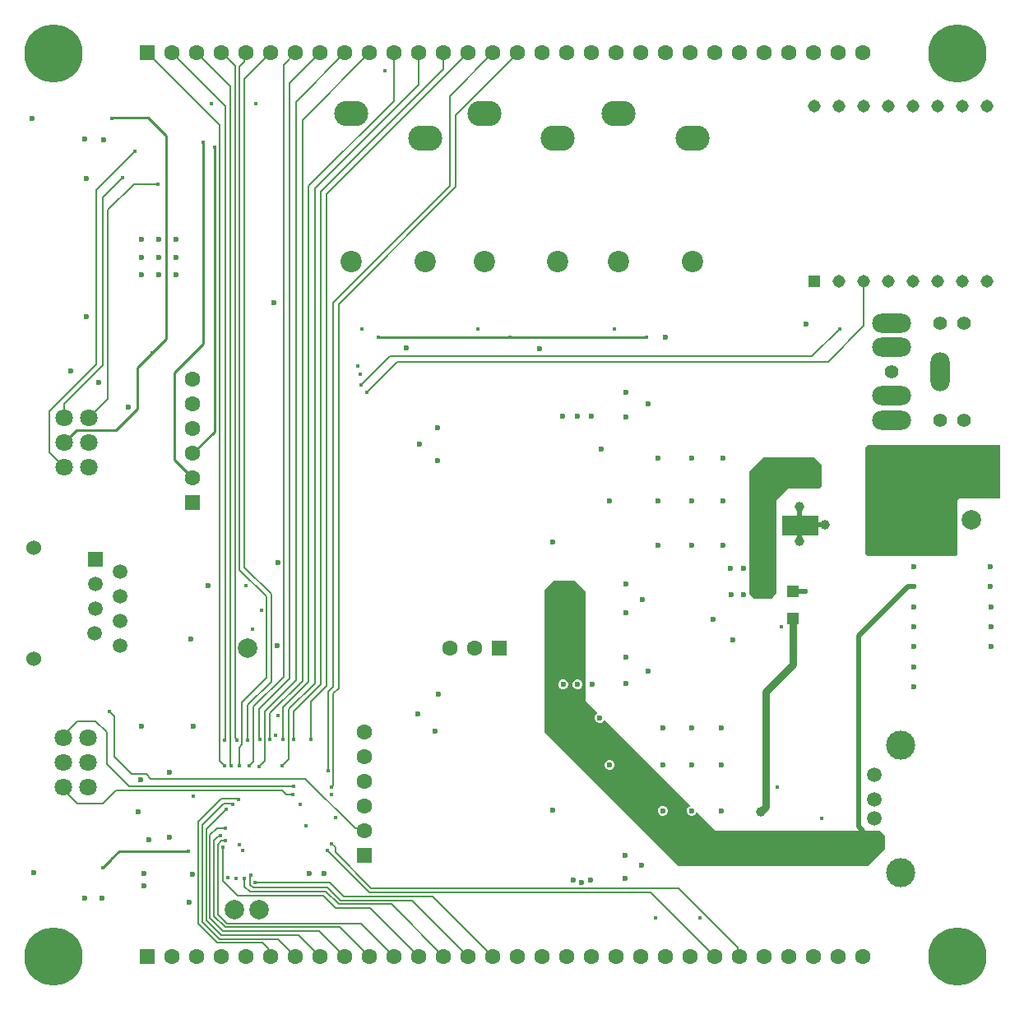
<source format=gbr>
%TF.GenerationSoftware,Altium Limited,Altium Designer,21.8.1 (53)*%
G04 Layer_Physical_Order=4*
G04 Layer_Color=16711680*
%FSLAX45Y45*%
%MOMM*%
%TF.SameCoordinates,BA403207-4E74-424F-88DB-B819054AD5B4*%
%TF.FilePolarity,Positive*%
%TF.FileFunction,Copper,L4,Bot,Signal*%
%TF.Part,Single*%
G01*
G75*
%TA.AperFunction,Conductor*%
%ADD41C,0.20000*%
%ADD42C,0.25400*%
%ADD43C,0.50000*%
%ADD44C,0.30000*%
%ADD51C,0.80000*%
%TA.AperFunction,ViaPad*%
%ADD53C,6.00000*%
%TA.AperFunction,ComponentPad*%
%ADD54C,1.60000*%
%ADD55R,1.60000X1.60000*%
%ADD56C,2.00000*%
%ADD57R,1.60000X1.60000*%
%ADD58C,1.52400*%
%ADD59C,1.50000*%
%ADD60R,1.50000X1.50000*%
%ADD61O,3.50000X2.60000*%
%ADD62C,2.20000*%
%ADD63C,3.00000*%
%ADD64C,1.80000*%
%ADD65R,1.30800X1.30800*%
%ADD66C,1.30800*%
%ADD67O,2.00000X4.00000*%
%ADD68O,4.00000X2.00000*%
%ADD69C,1.40000*%
%TA.AperFunction,ViaPad*%
%ADD70C,0.45000*%
%ADD71C,0.60000*%
%ADD72C,1.00000*%
%TA.AperFunction,SMDPad,CuDef*%
%ADD75R,3.81000X2.08000*%
%ADD76R,8.89000X11.43000*%
%ADD77R,1.20000X1.20000*%
%TA.AperFunction,Conductor*%
%ADD78C,1.00000*%
G36*
X9268304Y-4031773D02*
X9743242D01*
Y-4581679D01*
X9318071D01*
X9303878Y-4595872D01*
Y-5162291D01*
X9290314Y-5175854D01*
X8382412D01*
X8357545Y-5150986D01*
Y-4056138D01*
X8382898Y-4030784D01*
X9267316D01*
X9268304Y-4031773D01*
D02*
G37*
G36*
X7905504Y-4232134D02*
Y-4451689D01*
X7881460Y-4475733D01*
X7565775D01*
X7443727Y-4597781D01*
Y-5557590D01*
X7408138Y-5593179D01*
X7407352D01*
X7386936Y-5613595D01*
X7208295D01*
X7158336Y-5563637D01*
Y-4311319D01*
X7309242Y-4160414D01*
X7833784D01*
X7905504Y-4232134D01*
D02*
G37*
G36*
X5479224Y-5537043D02*
Y-6666007D01*
X5597203Y-6783986D01*
X5594725Y-6796442D01*
X5594310Y-6796614D01*
X5580245Y-6810680D01*
X5572633Y-6829057D01*
Y-6848948D01*
X5580245Y-6867325D01*
X5594310Y-6881390D01*
X5612688Y-6889002D01*
X5632579D01*
X5650956Y-6881390D01*
X5665021Y-6867325D01*
X5665193Y-6866910D01*
X5677649Y-6864432D01*
X6551774Y-7738558D01*
X6549297Y-7751013D01*
X6541810Y-7754114D01*
X6527745Y-7768180D01*
X6520133Y-7786557D01*
Y-7806448D01*
X6527745Y-7824825D01*
X6541810Y-7838890D01*
X6560188Y-7846502D01*
X6580079D01*
X6598456Y-7838890D01*
X6612521Y-7824825D01*
X6615622Y-7817339D01*
X6628078Y-7814861D01*
X6813301Y-8000085D01*
X8323041D01*
X8499678Y-7999586D01*
X8555616Y-8055524D01*
Y-8189609D01*
X8457726Y-8287499D01*
X8381454Y-8367178D01*
X6430561D01*
X5049724Y-6986341D01*
Y-5530058D01*
X5150957Y-5428825D01*
X5371007D01*
X5479224Y-5537043D01*
D02*
G37*
%LPC*%
G36*
X5405079Y-6446502D02*
X5385187D01*
X5366810Y-6454114D01*
X5352745Y-6468180D01*
X5345133Y-6486557D01*
Y-6506448D01*
X5352745Y-6524825D01*
X5366810Y-6538890D01*
X5385187Y-6546502D01*
X5405079D01*
X5423456Y-6538890D01*
X5437521Y-6524825D01*
X5445133Y-6506448D01*
Y-6486557D01*
X5437521Y-6468180D01*
X5423456Y-6454114D01*
X5405079Y-6446502D01*
D02*
G37*
G36*
X5255079D02*
X5235187D01*
X5216810Y-6454114D01*
X5202745Y-6468180D01*
X5195133Y-6486557D01*
Y-6506448D01*
X5202745Y-6524825D01*
X5216810Y-6538890D01*
X5235187Y-6546502D01*
X5255079D01*
X5273456Y-6538890D01*
X5287521Y-6524825D01*
X5295133Y-6506448D01*
Y-6486557D01*
X5287521Y-6468180D01*
X5273456Y-6454114D01*
X5255079Y-6446502D01*
D02*
G37*
G36*
X5735079Y-7273803D02*
X5715188D01*
X5696811Y-7281414D01*
X5682745Y-7295480D01*
X5675133Y-7313857D01*
Y-7333748D01*
X5682745Y-7352125D01*
X5696811Y-7366190D01*
X5715188Y-7373802D01*
X5735079D01*
X5753456Y-7366190D01*
X5767521Y-7352125D01*
X5775133Y-7333748D01*
Y-7313857D01*
X5767521Y-7295480D01*
X5753456Y-7281414D01*
X5735079Y-7273803D01*
D02*
G37*
G36*
X6280079Y-7746502D02*
X6260188D01*
X6241810Y-7754114D01*
X6227745Y-7768180D01*
X6220133Y-7786557D01*
Y-7806448D01*
X6227745Y-7824825D01*
X6241810Y-7838890D01*
X6260188Y-7846502D01*
X6280079D01*
X6298456Y-7838890D01*
X6312521Y-7824825D01*
X6320133Y-7806448D01*
Y-7786557D01*
X6312521Y-7768180D01*
X6298456Y-7754114D01*
X6280079Y-7746502D01*
D02*
G37*
%LPD*%
D41*
X7808674Y-3120188D02*
X8090129Y-2838733D01*
X3462402Y-3120188D02*
X7808674D01*
X7976145Y-3172924D02*
X8342020Y-2807049D01*
X3539604Y-3172924D02*
X7976145D01*
X2819293Y-8205365D02*
X3246537Y-8632609D01*
X6142609D01*
X2900170Y-8223291D02*
X3269488Y-8592609D01*
X6433751D01*
X2900170Y-8223291D02*
Y-8173118D01*
X2864752Y-8137700D02*
X2900170Y-8173118D01*
X3181055Y-7979474D02*
X3197580Y-7996000D01*
X2587855Y-7465055D02*
X3102274Y-7979474D01*
X999880Y-7465055D02*
X2587855D01*
X3102274Y-7979474D02*
X3181055D01*
X627485Y-7242618D02*
X802167Y-7417300D01*
X627485Y-7242618D02*
Y-6828225D01*
X802167Y-7417300D02*
X952124D01*
X999880Y-7465055D01*
X945319Y-7587902D02*
X2351840D01*
X2393938Y-7630000D02*
X2465400D01*
X2351840Y-7587902D02*
X2393938Y-7630000D01*
X1965983Y-5290531D02*
X2239899Y-5564447D01*
X1965983Y-265517D02*
X2236500Y5000D01*
X1965983Y-5290531D02*
Y-265517D01*
X1915148Y-5313919D02*
X2189938Y-5588709D01*
X1915148Y-134102D02*
X1960593Y-88657D01*
X1915148Y-5313919D02*
Y-134102D01*
X1827500Y-7332500D02*
Y-7325735D01*
X1815980Y-7314215D02*
Y-336480D01*
X1474500Y5000D02*
X1815980Y-336480D01*
Y-7314215D02*
X1827500Y-7325735D01*
X1939867Y-7114013D02*
Y-6679307D01*
X2189938Y-6429236D01*
X2452187Y-7542502D02*
X2453581Y-7543896D01*
X2467440D01*
X2471191Y-7547647D01*
X926514Y-7542502D02*
X2452187D01*
X854804Y-7587902D02*
X855286Y-7588384D01*
X510000Y-7720000D02*
X642098Y-7587902D01*
X944838Y-7588384D02*
X945319Y-7587902D01*
X642098D02*
X854804D01*
X855286Y-7588384D02*
X944838D01*
X245520Y-7720000D02*
X510000D01*
X100000Y-7574480D02*
X245520Y-7720000D01*
X100000Y-7574480D02*
Y-7554000D01*
X776328Y-7542502D02*
X873610D01*
X874091Y-7542984D02*
X926033D01*
X550000Y-7316175D02*
X776328Y-7542502D01*
X926033Y-7542984D02*
X926514Y-7542502D01*
X873610D02*
X874091Y-7542984D01*
X575844Y-6776584D02*
X627485Y-6828225D01*
X550000Y-7316175D02*
Y-6990000D01*
X100000Y-7046000D02*
Y-7017514D01*
X434842Y-6874842D02*
X550000Y-6990000D01*
X100000Y-7017514D02*
X242672Y-6874842D01*
X434842D01*
X1727553Y-7675580D02*
X1905531D01*
X1906272Y-7676321D01*
X1490208Y-7912925D02*
X1727553Y-7675580D01*
X1867370Y-5437867D02*
Y-125332D01*
X1866148Y-7044341D02*
Y-5439089D01*
X1867370Y-5437867D01*
X1866148Y-7044341D02*
X1887367Y-7065560D01*
Y-7067279D02*
Y-7065560D01*
X1737037Y5000D02*
X1867370Y-125332D01*
X3165849Y-3416740D02*
X3462402Y-3120188D01*
X3223010Y-3489518D02*
X3539604Y-3172924D01*
X2843728Y-8537110D02*
X2985981Y-8679364D01*
X3903364D01*
X2076990Y-8537110D02*
X2843728D01*
X2189938Y-6429236D02*
Y-5588709D01*
X966500Y5000D02*
X1710000Y-738500D01*
Y-7279800D02*
X1760200Y-7330000D01*
X1710000Y-7279800D02*
Y-738500D01*
X2116588Y-7337486D02*
X2173102Y-7280972D01*
X2116588Y-7343566D02*
Y-7337486D01*
X1909840Y-7144040D02*
X1939867Y-7114013D01*
X1909840Y-7336384D02*
Y-7144040D01*
X2173102Y-7280972D02*
Y-6772735D01*
X2493726Y-6452111D01*
X1842947Y-7724685D02*
X1847150Y-7728887D01*
X1748771Y-7724685D02*
X1842947D01*
X2024490Y-8460944D02*
X2027300Y-8458134D01*
X2024490Y-8560144D02*
Y-8460944D01*
X2820715Y-8589610D02*
X2950476Y-8719371D01*
X2053956Y-8589610D02*
X2820715D01*
X2020592Y-8629610D02*
X2804147D01*
X1966864Y-8575883D02*
X2020592Y-8629610D01*
X2024490Y-8560144D02*
X2053956Y-8589610D01*
X2804147Y-8629610D02*
X2933908Y-8759371D01*
X1740567Y-8520369D02*
Y-8466748D01*
Y-8520369D02*
X1894721Y-8674522D01*
X2776505D01*
X1743921Y-8463394D02*
Y-8168375D01*
X1740567Y-8466748D02*
X1743921Y-8463394D01*
X1611421Y-8044881D02*
X1683801Y-7972500D01*
X1611421Y-8902156D02*
X1744637Y-9035373D01*
X1571421Y-8921160D02*
X1725633Y-9075373D01*
X1571421Y-8921160D02*
Y-7988270D01*
X1651421Y-8881382D02*
X1765411Y-8995373D01*
X1651421Y-8102320D02*
X1695214Y-8058527D01*
X1651421Y-8881382D02*
Y-8102320D01*
X1611421Y-8902156D02*
Y-8044881D01*
X1691421Y-8146337D02*
X1730557Y-8107200D01*
X1691421Y-8864739D02*
Y-8146337D01*
Y-8864739D02*
X1782055Y-8955373D01*
X1571421Y-7988270D02*
X1780339Y-7779351D01*
X1730557Y-8107200D02*
X1763593D01*
X1530208Y-8936000D02*
Y-7943248D01*
X1532688Y-8938995D02*
Y-8938480D01*
X1530208Y-7943248D02*
X1748771Y-7724685D01*
X1490208Y-8958544D02*
Y-7912925D01*
X1530208Y-8936000D02*
X1532688Y-8938480D01*
X1763593Y-8107200D02*
X1767025Y-8103769D01*
X2950476Y-8719371D02*
X3689372D01*
X2933908Y-8759371D02*
X3475372D01*
X2903055Y-8801072D02*
X3263072D01*
X2776505Y-8674522D02*
X2903055Y-8801072D01*
X2475199Y-7060290D02*
Y-6773837D01*
X2753340Y-6495696D01*
X3475372Y-8759371D02*
X4013500Y-9297500D01*
X3689372Y-8719371D02*
X4267500Y-9297500D01*
X3903364Y-8679364D02*
X4521500Y-9297500D01*
X3263072Y-8801072D02*
X3759500Y-9297500D01*
X561377Y-3554623D02*
Y-1609086D01*
X825116Y-1345347D02*
X1073755D01*
X561377Y-1609086D02*
X825116Y-1345347D01*
X364000Y-3752000D02*
X561377Y-3554623D01*
X441461Y-3197214D02*
Y-1403610D01*
X-41104Y-3679779D02*
X441461Y-3197214D01*
X504326Y-3213202D02*
Y-1485812D01*
X110000Y-3607527D02*
X504326Y-3213202D01*
X-41104Y-4108896D02*
X110000Y-4260000D01*
X-41104Y-4108896D02*
Y-3679779D01*
X110000Y-3752000D02*
Y-3607527D01*
X504326Y-1485812D02*
X713440Y-1276698D01*
X441461Y-1403610D02*
X839929Y-1005141D01*
X1782055Y-8955373D02*
X3163373D01*
X1765411Y-8995373D02*
X2949373D01*
X1744637Y-9035373D02*
X2735373D01*
X1709065Y-9115372D02*
X2307373D01*
X1725633Y-9075373D02*
X2521373D01*
X1532688Y-8938995D02*
X1709065Y-9115372D01*
X1687036Y-9155372D02*
X2147758D01*
X1490208Y-8958544D02*
X1687036Y-9155372D01*
X1716173Y-8058527D02*
X1720000Y-8054700D01*
X1695214Y-8058527D02*
X1716173D01*
X2650463Y-6671829D02*
X2813800Y-6508492D01*
X2650463Y-7058296D02*
Y-6671829D01*
X2813800Y-6508492D02*
Y-1449700D01*
X2933074Y-2579237D02*
X4142427Y-1369884D01*
X2881261Y-6586019D02*
X2933074Y-6534206D01*
Y-2579237D01*
X2824999Y-6570510D02*
X2873892Y-6521616D01*
Y-2566685D02*
X4079666Y-1360911D01*
X2873892Y-6521616D02*
Y-2566685D01*
X2813800Y-1449700D02*
X4268500Y5000D01*
X1960593Y-16906D02*
X1982500Y5000D01*
X1960593Y-88657D02*
Y-16906D01*
X2239899Y-6467845D02*
Y-5564447D01*
X2859533Y-7553791D02*
X2881261Y-7532062D01*
Y-6586019D01*
X2859533Y-7554034D02*
Y-7553791D01*
X2824999Y-7386020D02*
Y-6570510D01*
X2753340Y-6495696D02*
Y-1419217D01*
X2420443Y-6752427D02*
X2689989Y-6482881D01*
X2420443Y-7266383D02*
Y-6752427D01*
X2689989Y-6482881D02*
Y-1392211D01*
X2627881Y-6466626D02*
Y-1366289D01*
X2360335Y-7063349D02*
Y-6734171D01*
X2627881Y-6466626D01*
X2560803Y-6459735D02*
Y-686696D01*
X2230001Y-7060000D02*
Y-6790537D01*
X2560803Y-6459735D01*
X2493726Y-6452111D02*
Y-499774D01*
X2117547Y-7062719D02*
Y-6746997D01*
X2432784Y-6431761D01*
Y-306715D01*
X2369070Y-6414915D02*
Y-116430D01*
X2060000Y-7288493D02*
Y-6723985D01*
X2369070Y-6414915D01*
X2000000Y-6707744D02*
X2239899Y-6467845D01*
X2000000Y-7066577D02*
Y-6707744D01*
X4142427Y-1369884D02*
Y-635981D01*
X4079666Y-437833D02*
X4522500Y5000D01*
X4079666Y-1360911D02*
Y-437833D01*
X4776500Y-1908D02*
Y5000D01*
X4142427Y-635981D02*
X4776500Y-1908D01*
X2753340Y-1419217D02*
X4014500Y-158057D01*
Y5000D01*
X3760500Y-321700D02*
Y5000D01*
X2689989Y-1392211D02*
X3760500Y-321700D01*
X2627881Y-1366289D02*
X3506500Y-487670D01*
X2560803Y-686696D02*
X3252500Y5000D01*
X2493726Y-499774D02*
X2998500Y5000D01*
X1765493Y-7067207D02*
Y-539993D01*
X1220500Y5000D02*
X1765493Y-539993D01*
X1728500Y5000D02*
X1737037D01*
X2432784Y-306715D02*
X2744500Y5000D01*
X2369070Y-116430D02*
X2490500Y5000D01*
X7042289Y-9278289D02*
Y-9201147D01*
Y-9278289D02*
X7061500Y-9297500D01*
X6433751Y-8592609D02*
X7042289Y-9201147D01*
X6142609Y-8632609D02*
X6806567Y-9296566D01*
X2000000Y-7066577D02*
X2001401Y-7067978D01*
X2521373Y-9075373D02*
X2743500Y-9297500D01*
X3163373Y-8955373D02*
X3505500Y-9297500D01*
X2735373Y-9035373D02*
X2997500Y-9297500D01*
X2147758Y-9155372D02*
X2208712Y-9216326D01*
X2307373Y-9115372D02*
X2489500Y-9297500D01*
X2949373Y-8995373D02*
X3251500Y-9297500D01*
X1966864Y-8575883D02*
Y-8493588D01*
X2208712Y-9270712D02*
X2235500Y-9297500D01*
X2208712Y-9270712D02*
Y-9216326D01*
X2117547Y-7062719D02*
X2120602Y-7065774D01*
X8342020Y-2807049D02*
Y-2343474D01*
X2015239Y-7335143D02*
Y-7333254D01*
X2060000Y-7288493D01*
X1762700Y-7070000D02*
X1765493Y-7067207D01*
X1683801Y-7972500D02*
X1767500D01*
X2355400Y-7331426D02*
X2420443Y-7266383D01*
X2647700Y-7061059D02*
X2650463Y-7058296D01*
X3506500Y-487670D02*
Y5000D01*
D42*
X602199Y-666734D02*
X603933Y-665000D01*
X974445D01*
X1432772Y-4117255D02*
X1655124Y-3894904D01*
Y-967248D01*
X591048Y-8291453D02*
X672500Y-8210000D01*
X591048Y-8298881D02*
Y-8291453D01*
X505844Y-8384084D02*
X591048Y-8298881D01*
X974445Y-665000D02*
X1159537Y-850091D01*
X237033Y-3878968D02*
X644047D01*
X1159537Y-2939362D02*
Y-850091D01*
X1018445Y-3080454D02*
X1159537Y-2939362D01*
X644047Y-3878968D02*
X860500Y-3662514D01*
X110000Y-4006000D02*
X237033Y-3878968D01*
X860500Y-3662514D02*
Y-3238398D01*
X1018445Y-3080454D01*
X1242932Y-4181415D02*
Y-3287200D01*
X1539824Y-2990308D02*
Y-911493D01*
X1242932Y-3287200D02*
X1539824Y-2990308D01*
X672500Y-8210000D02*
X1390000D01*
X3345046Y-2920625D02*
X4699375D01*
X4700000Y-2920000D02*
X6100000D01*
X4699375Y-2920625D02*
X4700000Y-2920000D01*
X3344421Y-2921250D02*
X3345046Y-2920625D01*
X1242932Y-4181415D02*
X1432772Y-4371255D01*
D43*
X8795387Y-5490506D02*
X8858072D01*
X8286900Y-5998993D02*
X8795387Y-5490506D01*
X8935470Y-4494428D02*
X9129898Y-4300000D01*
X8827319Y-4602580D02*
X8935470Y-4494428D01*
X9364659Y-4459073D02*
Y-4391436D01*
X9329304Y-4494428D02*
X9364659Y-4459073D01*
X9450000Y-4306095D02*
Y-4300000D01*
X9364659Y-4391436D02*
X9450000Y-4306095D01*
X8935470Y-4494428D02*
X9329304D01*
X9129898Y-4300000D02*
X9450000D01*
X7737955Y-5537907D02*
X7738006Y-5537856D01*
X7609116Y-5537959D02*
X7609168Y-5537907D01*
X7737955D01*
X7684319Y-4856580D02*
X7688021Y-4852877D01*
X7936742D01*
X7678507Y-5025739D02*
Y-4862391D01*
X7684319Y-4856580D01*
X7677192Y-4849453D02*
X7684319Y-4856580D01*
X7677192Y-4849453D02*
Y-4665332D01*
X8286900Y-7962391D02*
Y-5998993D01*
Y-7962391D02*
X8452540Y-8128031D01*
D44*
X6045500Y-9297500D02*
X6046384Y-9298383D01*
X5790289Y-9298711D02*
X5791500Y-9297500D01*
D51*
X7609116Y-6291890D02*
Y-5817959D01*
X7329523Y-6571483D02*
X7609116Y-6291890D01*
X7329523Y-7759318D02*
Y-6571483D01*
X7280384Y-7808457D02*
X7329523Y-7759318D01*
D53*
X9300000Y-9300000D02*
D03*
Y0D02*
D03*
X0D02*
D03*
Y-9300000D02*
D03*
D54*
X4080000Y-6122000D02*
D03*
X4334000D02*
D03*
X3197580Y-8000386D02*
D03*
Y-7746386D02*
D03*
Y-7492386D02*
D03*
Y-7238386D02*
D03*
Y-6984386D02*
D03*
X2235500Y-9297500D02*
D03*
X8331500D02*
D03*
X8077500D02*
D03*
X7823500D02*
D03*
X7569500D02*
D03*
X7315500D02*
D03*
X7061500D02*
D03*
X6807500D02*
D03*
X6553500D02*
D03*
X6299500D02*
D03*
X6045500D02*
D03*
X5791500D02*
D03*
X5537500D02*
D03*
X5283500D02*
D03*
X5029500D02*
D03*
X4775500D02*
D03*
X4521500D02*
D03*
X4267500D02*
D03*
X4013500D02*
D03*
X3759500D02*
D03*
X3505500D02*
D03*
X3251500D02*
D03*
X2997500D02*
D03*
X2743500D02*
D03*
X2489500D02*
D03*
X1981500D02*
D03*
X1727500D02*
D03*
X1473500D02*
D03*
X1219500D02*
D03*
X2236500Y5000D02*
D03*
X8332500D02*
D03*
X8078500D02*
D03*
X7824500D02*
D03*
X7570500D02*
D03*
X7316500D02*
D03*
X7062500D02*
D03*
X6808500D02*
D03*
X6554500D02*
D03*
X6300500D02*
D03*
X6046500D02*
D03*
X5792500D02*
D03*
X5538500D02*
D03*
X5284500D02*
D03*
X5030500D02*
D03*
X4776500D02*
D03*
X4522500D02*
D03*
X4268500D02*
D03*
X4014500D02*
D03*
X3760500D02*
D03*
X3506500D02*
D03*
X3252500D02*
D03*
X2998500D02*
D03*
X2744500D02*
D03*
X2490500D02*
D03*
X1982500D02*
D03*
X1728500D02*
D03*
X1474500D02*
D03*
X1220500D02*
D03*
X1432772Y-4371255D02*
D03*
Y-4117255D02*
D03*
Y-3863255D02*
D03*
Y-3609255D02*
D03*
Y-3355255D02*
D03*
D55*
X4588000Y-6122000D02*
D03*
X965500Y-9297500D02*
D03*
X966500Y5000D02*
D03*
D56*
X1859160Y-8814302D02*
D03*
X2119160Y-8811802D02*
D03*
X1996660Y-6124302D02*
D03*
X9450000Y-4800000D02*
D03*
Y-4300000D02*
D03*
D57*
X3197580Y-8254386D02*
D03*
X1432772Y-4625255D02*
D03*
D58*
X-200000Y-6232000D02*
D03*
Y-5089000D02*
D03*
D59*
X684000Y-5339000D02*
D03*
Y-6101000D02*
D03*
Y-5847000D02*
D03*
Y-5593000D02*
D03*
X420000Y-5974000D02*
D03*
X430000Y-5720000D02*
D03*
Y-5466000D02*
D03*
X8452540Y-7428042D02*
D03*
Y-7678042D02*
D03*
Y-7878042D02*
D03*
Y-8128042D02*
D03*
D60*
X430000Y-5212000D02*
D03*
D61*
X6577500Y-875000D02*
D03*
X5817500Y-621000D02*
D03*
X5192500Y-875000D02*
D03*
X4432500Y-621000D02*
D03*
X3822500Y-870000D02*
D03*
X3062500Y-616000D02*
D03*
D62*
X6577500Y-2145000D02*
D03*
X5817500D02*
D03*
X5192500D02*
D03*
X4432500D02*
D03*
X3822500Y-2140000D02*
D03*
X3062500D02*
D03*
D63*
X8723540Y-7121042D02*
D03*
Y-8435042D02*
D03*
D64*
X364000Y-4260000D02*
D03*
X110000D02*
D03*
Y-4006000D02*
D03*
Y-3752000D02*
D03*
X364000D02*
D03*
Y-4006000D02*
D03*
X354000Y-7300000D02*
D03*
Y-7046000D02*
D03*
X100000D02*
D03*
Y-7300000D02*
D03*
Y-7554000D02*
D03*
X354000D02*
D03*
D65*
X7834020Y-2343474D02*
D03*
D66*
X8088020D02*
D03*
X8342020D02*
D03*
X8596020D02*
D03*
X8850020D02*
D03*
X9104020D02*
D03*
X9358020D02*
D03*
X9612020D02*
D03*
X7834020Y-540074D02*
D03*
X8088020D02*
D03*
X8342020D02*
D03*
X8596020D02*
D03*
X8850020D02*
D03*
X9104020D02*
D03*
X9358020D02*
D03*
X9612020D02*
D03*
D67*
X9123824Y-3275977D02*
D03*
D68*
X8623824Y-3775977D02*
D03*
Y-3525977D02*
D03*
Y-3025977D02*
D03*
Y-2775977D02*
D03*
D69*
Y-3275977D02*
D03*
X9123824Y-3775977D02*
D03*
Y-2775977D02*
D03*
X9373824D02*
D03*
Y-3775977D02*
D03*
D70*
X6199084Y-8895914D02*
D03*
X602199Y-666734D02*
D03*
X2535249Y-7730378D02*
D03*
X2137438Y-5729931D02*
D03*
X1655124Y-967248D02*
D03*
X505844Y-8384084D02*
D03*
X575844Y-6776584D02*
D03*
X2116588Y-7343566D02*
D03*
X2647700Y-7061059D02*
D03*
X1760200Y-7330000D02*
D03*
X1887367Y-7067279D02*
D03*
X2355400Y-7331426D02*
D03*
X2360335Y-7063349D02*
D03*
X2475199Y-7060290D02*
D03*
X1909840Y-7336384D02*
D03*
X2015239Y-7335143D02*
D03*
X2286758Y-7018463D02*
D03*
X1762700Y-7070000D02*
D03*
X1827500Y-7332500D02*
D03*
X2001401Y-7067978D02*
D03*
X2120602Y-7065774D02*
D03*
X2230001Y-7060000D02*
D03*
X1438765Y-7643102D02*
D03*
X1847150Y-7728887D02*
D03*
X2471191Y-7547647D02*
D03*
X2904055Y-7863309D02*
D03*
X2819293Y-8205365D02*
D03*
X2076990Y-8537110D02*
D03*
X1916676Y-8143486D02*
D03*
X1743921Y-8168375D02*
D03*
X1767025Y-8103769D02*
D03*
X7489399Y-5904786D02*
D03*
X2307722Y-6820200D02*
D03*
X1073755Y-1345347D02*
D03*
X713440Y-1276698D02*
D03*
X839929Y-1005141D02*
D03*
X1018445Y-3080454D02*
D03*
X1906272Y-7676321D02*
D03*
X1980557Y-5476131D02*
D03*
X1626807Y-514244D02*
D03*
X2084525Y-516101D02*
D03*
X1793067Y-8488494D02*
D03*
X7909709Y-7873169D02*
D03*
X2052256Y-5924472D02*
D03*
X3165849Y-3416740D02*
D03*
X1880546Y-8489755D02*
D03*
X8090129Y-2838733D02*
D03*
X3223010Y-3489518D02*
D03*
X2824999Y-7386020D02*
D03*
X2859533Y-7554034D02*
D03*
X2864949Y-7628554D02*
D03*
X1966864Y-8493588D02*
D03*
X2027300Y-8458134D02*
D03*
X1945000Y-8207500D02*
D03*
X2864752Y-8137700D02*
D03*
X1780339Y-7779351D02*
D03*
X1390000Y-8210000D02*
D03*
X6652730Y-8895657D02*
D03*
X7453353Y-7556831D02*
D03*
X3175783Y-2835389D02*
D03*
X4369415Y-2838247D02*
D03*
X2465400Y-7630000D02*
D03*
X3344421Y-2921250D02*
D03*
X3156708Y-3301329D02*
D03*
X3132490Y-3214217D02*
D03*
X1767500Y-7972500D02*
D03*
X1539824Y-911493D02*
D03*
X3407862Y-175397D02*
D03*
X6100000Y-2920000D02*
D03*
X5777500Y-2837500D02*
D03*
X4700000Y-2920000D02*
D03*
X1720000Y-8054700D02*
D03*
X2595000Y-7950000D02*
D03*
D71*
X1409565Y-6028039D02*
D03*
X7352201Y-5572158D02*
D03*
X7227895D02*
D03*
X6971935D02*
D03*
X7099688D02*
D03*
X909240Y-6927907D02*
D03*
X1192175Y-8065503D02*
D03*
X869425Y-7811084D02*
D03*
X467927Y-3391255D02*
D03*
X5634231Y-4074962D02*
D03*
X8858072Y-5697479D02*
D03*
Y-5900636D02*
D03*
Y-6104877D02*
D03*
Y-6314192D02*
D03*
Y-6520970D02*
D03*
X1192621Y-7403739D02*
D03*
X2632593Y-8441962D02*
D03*
X2780856Y-8440753D02*
D03*
X7738006Y-5537856D02*
D03*
X2271082Y-2566163D02*
D03*
X2309070Y-5239684D02*
D03*
X3957633Y-6599003D02*
D03*
X3930828Y-6978308D02*
D03*
X3750828Y-6798308D02*
D03*
X7100539Y-5298020D02*
D03*
X6971084D02*
D03*
X6789242Y-5829829D02*
D03*
X6989214Y-6035939D02*
D03*
X7354083Y-5298020D02*
D03*
X7229776D02*
D03*
X8858072Y-5490506D02*
D03*
X2302295Y-6096787D02*
D03*
X1592554Y-5476474D02*
D03*
X5890188Y-3485288D02*
D03*
X8858072Y-5280535D02*
D03*
X6890188Y-4165922D02*
D03*
X1430208Y-8450302D02*
D03*
X5436462Y-8532609D02*
D03*
X5350133Y-8509202D02*
D03*
X5524469D02*
D03*
X1395000Y-8740000D02*
D03*
X5880133Y-8489202D02*
D03*
X6270133Y-7323802D02*
D03*
X5725133D02*
D03*
X6570133D02*
D03*
X6870133D02*
D03*
X6050133Y-8356502D02*
D03*
X9647233Y-5697313D02*
D03*
X9649744Y-5900649D02*
D03*
Y-6108067D02*
D03*
X9645000Y-5490000D02*
D03*
X9645000Y-5280000D02*
D03*
X6300000Y-2920000D02*
D03*
X5000000Y-3040000D02*
D03*
X6570188Y-4605922D02*
D03*
Y-4165922D02*
D03*
X6890188Y-5065922D02*
D03*
Y-4605922D02*
D03*
X5390187Y-3730922D02*
D03*
X5540187D02*
D03*
X5720188Y-4605922D02*
D03*
X5890188Y-3745922D02*
D03*
X5895187Y-5760922D02*
D03*
Y-5460923D02*
D03*
X6065187Y-5620922D02*
D03*
X6120188Y-3605922D02*
D03*
X6220188Y-5065922D02*
D03*
Y-4165922D02*
D03*
Y-4605922D02*
D03*
X6570188Y-5065922D02*
D03*
X5294189Y-5735922D02*
D03*
X3770188Y-4025922D02*
D03*
X3950188Y-3855922D02*
D03*
Y-4195923D02*
D03*
X5295187Y-5520922D02*
D03*
X5125187Y-5610922D02*
D03*
X5135187Y-5030923D02*
D03*
X5240187Y-3730922D02*
D03*
X3635000Y-3035000D02*
D03*
X930000Y-8440000D02*
D03*
X900062Y-7480284D02*
D03*
X5622633Y-6839002D02*
D03*
X6870133Y-6946502D02*
D03*
X6570133D02*
D03*
X6270133D02*
D03*
X5140133Y-7789202D02*
D03*
X5880133Y-8256502D02*
D03*
X5545133Y-6496502D02*
D03*
X5395133D02*
D03*
X5245133D02*
D03*
X6870133Y-7796502D02*
D03*
X6270133D02*
D03*
X7742451Y-2787164D02*
D03*
X180000Y-3270000D02*
D03*
X1440000Y-6930000D02*
D03*
X6120133Y-6356502D02*
D03*
X5890133Y-6216502D02*
D03*
Y-6486502D02*
D03*
X6570133Y-7796502D02*
D03*
X317926Y-885000D02*
D03*
X767500Y-3642500D02*
D03*
X-225000Y-667500D02*
D03*
X512205Y-889999D02*
D03*
X985000Y-8092500D02*
D03*
X930000Y-8570000D02*
D03*
X500000Y-8700000D02*
D03*
X320000D02*
D03*
X-200000Y-8430000D02*
D03*
X904100Y-2277633D02*
D03*
Y-1917633D02*
D03*
X334100Y-1287633D02*
D03*
X904100Y-2097633D02*
D03*
X334100Y-2707633D02*
D03*
X1264100Y-2277633D02*
D03*
Y-2097633D02*
D03*
Y-1917633D02*
D03*
X1084100D02*
D03*
Y-2277633D02*
D03*
Y-2097633D02*
D03*
D72*
X7280384Y-7808457D02*
D03*
X7936742Y-4852877D02*
D03*
X7677192Y-4665332D02*
D03*
X7678507Y-5025739D02*
D03*
D75*
X7684319Y-4348580D02*
D03*
Y-4856580D02*
D03*
D76*
X8827319Y-4602580D02*
D03*
D77*
X7609116Y-5537959D02*
D03*
Y-5817959D02*
D03*
D78*
X1859160Y-8814302D02*
X1860410Y-8813052D01*
X2117910D02*
X2119160Y-8811802D01*
%TF.MD5,602e129ebcaca14d8982467f43549a3a*%
M02*

</source>
